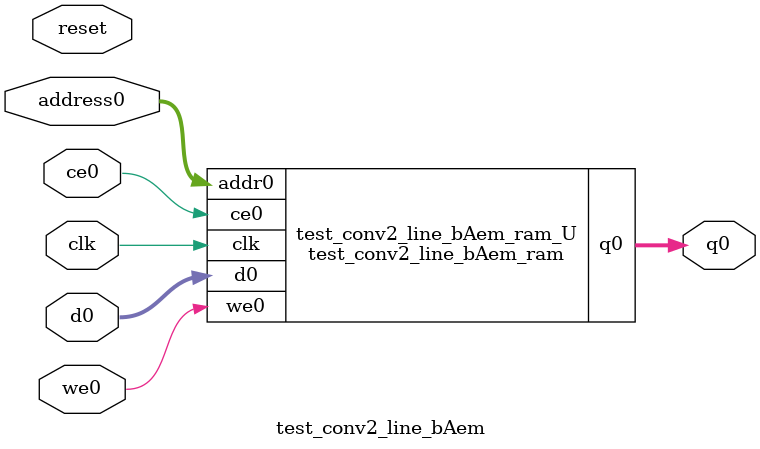
<source format=v>
`timescale 1 ns / 1 ps
module test_conv2_line_bAem_ram (addr0, ce0, d0, we0, q0,  clk);

parameter DWIDTH = 4;
parameter AWIDTH = 8;
parameter MEM_SIZE = 162;

input[AWIDTH-1:0] addr0;
input ce0;
input[DWIDTH-1:0] d0;
input we0;
output reg[DWIDTH-1:0] q0;
input clk;

(* ram_style = "distributed" *)reg [DWIDTH-1:0] ram[0:MEM_SIZE-1];




always @(posedge clk)  
begin 
    if (ce0) begin
        if (we0) 
            ram[addr0] <= d0; 
        q0 <= ram[addr0];
    end
end


endmodule

`timescale 1 ns / 1 ps
module test_conv2_line_bAem(
    reset,
    clk,
    address0,
    ce0,
    we0,
    d0,
    q0);

parameter DataWidth = 32'd4;
parameter AddressRange = 32'd162;
parameter AddressWidth = 32'd8;
input reset;
input clk;
input[AddressWidth - 1:0] address0;
input ce0;
input we0;
input[DataWidth - 1:0] d0;
output[DataWidth - 1:0] q0;



test_conv2_line_bAem_ram test_conv2_line_bAem_ram_U(
    .clk( clk ),
    .addr0( address0 ),
    .ce0( ce0 ),
    .we0( we0 ),
    .d0( d0 ),
    .q0( q0 ));

endmodule


</source>
